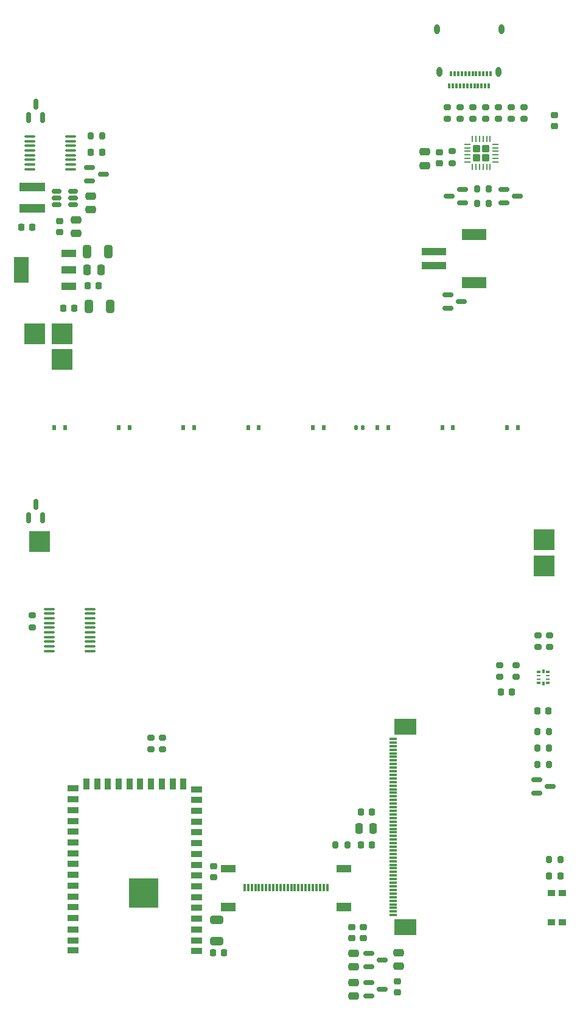
<source format=gbr>
G04 #@! TF.GenerationSoftware,KiCad,Pcbnew,6.0.9-8da3e8f707~117~ubuntu22.04.1*
G04 #@! TF.CreationDate,2023-01-10T09:45:36+01:00*
G04 #@! TF.ProjectId,qCamPCR,7143616d-5043-4522-9e6b-696361645f70,rev?*
G04 #@! TF.SameCoordinates,Original*
G04 #@! TF.FileFunction,Paste,Top*
G04 #@! TF.FilePolarity,Positive*
%FSLAX46Y46*%
G04 Gerber Fmt 4.6, Leading zero omitted, Abs format (unit mm)*
G04 Created by KiCad (PCBNEW 6.0.9-8da3e8f707~117~ubuntu22.04.1) date 2023-01-10 09:45:36*
%MOMM*%
%LPD*%
G01*
G04 APERTURE LIST*
G04 Aperture macros list*
%AMRoundRect*
0 Rectangle with rounded corners*
0 $1 Rounding radius*
0 $2 $3 $4 $5 $6 $7 $8 $9 X,Y pos of 4 corners*
0 Add a 4 corners polygon primitive as box body*
4,1,4,$2,$3,$4,$5,$6,$7,$8,$9,$2,$3,0*
0 Add four circle primitives for the rounded corners*
1,1,$1+$1,$2,$3*
1,1,$1+$1,$4,$5*
1,1,$1+$1,$6,$7*
1,1,$1+$1,$8,$9*
0 Add four rect primitives between the rounded corners*
20,1,$1+$1,$2,$3,$4,$5,0*
20,1,$1+$1,$4,$5,$6,$7,0*
20,1,$1+$1,$6,$7,$8,$9,0*
20,1,$1+$1,$8,$9,$2,$3,0*%
G04 Aperture macros list end*
%ADD10R,2.000000X1.300000*%
%ADD11R,0.300000X1.000000*%
%ADD12R,0.300000X0.700000*%
%ADD13O,0.800000X1.400000*%
%ADD14R,1.100000X0.300000*%
%ADD15R,3.100000X2.300000*%
%ADD16RoundRect,0.150000X-0.587500X-0.150000X0.587500X-0.150000X0.587500X0.150000X-0.587500X0.150000X0*%
%ADD17R,0.500000X0.800000*%
%ADD18RoundRect,0.200000X-0.200000X-0.275000X0.200000X-0.275000X0.200000X0.275000X-0.200000X0.275000X0*%
%ADD19RoundRect,0.200000X0.275000X-0.200000X0.275000X0.200000X-0.275000X0.200000X-0.275000X-0.200000X0*%
%ADD20RoundRect,0.200000X0.200000X0.275000X-0.200000X0.275000X-0.200000X-0.275000X0.200000X-0.275000X0*%
%ADD21RoundRect,0.200000X-0.275000X0.200000X-0.275000X-0.200000X0.275000X-0.200000X0.275000X0.200000X0*%
%ADD22RoundRect,0.250000X-0.325000X-0.650000X0.325000X-0.650000X0.325000X0.650000X-0.325000X0.650000X0*%
%ADD23RoundRect,0.225000X-0.225000X-0.250000X0.225000X-0.250000X0.225000X0.250000X-0.225000X0.250000X0*%
%ADD24RoundRect,0.225000X-0.250000X0.225000X-0.250000X-0.225000X0.250000X-0.225000X0.250000X0.225000X0*%
%ADD25RoundRect,0.250000X-0.250000X-0.475000X0.250000X-0.475000X0.250000X0.475000X-0.250000X0.475000X0*%
%ADD26RoundRect,0.250000X0.475000X-0.250000X0.475000X0.250000X-0.475000X0.250000X-0.475000X-0.250000X0*%
%ADD27RoundRect,0.225000X0.225000X0.250000X-0.225000X0.250000X-0.225000X-0.250000X0.225000X-0.250000X0*%
%ADD28RoundRect,0.250000X-0.475000X0.250000X-0.475000X-0.250000X0.475000X-0.250000X0.475000X0.250000X0*%
%ADD29RoundRect,0.150000X0.150000X-0.587500X0.150000X0.587500X-0.150000X0.587500X-0.150000X-0.587500X0*%
%ADD30R,3.400000X1.500000*%
%ADD31R,3.500000X1.000000*%
%ADD32RoundRect,0.218750X0.256250X-0.218750X0.256250X0.218750X-0.256250X0.218750X-0.256250X-0.218750X0*%
%ADD33RoundRect,0.150000X0.587500X0.150000X-0.587500X0.150000X-0.587500X-0.150000X0.587500X-0.150000X0*%
%ADD34R,1.000000X0.900000*%
%ADD35R,3.000000X3.000000*%
%ADD36RoundRect,0.140000X0.140000X0.170000X-0.140000X0.170000X-0.140000X-0.170000X0.140000X-0.170000X0*%
%ADD37R,2.000000X1.000000*%
%ADD38RoundRect,0.250000X0.650000X-0.325000X0.650000X0.325000X-0.650000X0.325000X-0.650000X-0.325000X0*%
%ADD39RoundRect,0.100000X0.637500X0.100000X-0.637500X0.100000X-0.637500X-0.100000X0.637500X-0.100000X0*%
%ADD40R,1.500000X0.900000*%
%ADD41R,0.900000X1.500000*%
%ADD42R,4.100000X4.100000*%
%ADD43R,2.032000X1.016000*%
%ADD44R,2.032000X3.657600*%
%ADD45RoundRect,0.150000X0.512500X0.150000X-0.512500X0.150000X-0.512500X-0.150000X0.512500X-0.150000X0*%
%ADD46RoundRect,0.250000X-0.275000X0.275000X-0.275000X-0.275000X0.275000X-0.275000X0.275000X0.275000X0*%
%ADD47RoundRect,0.062500X-0.062500X0.350000X-0.062500X-0.350000X0.062500X-0.350000X0.062500X0.350000X0*%
%ADD48RoundRect,0.062500X-0.350000X0.062500X-0.350000X-0.062500X0.350000X-0.062500X0.350000X0.062500X0*%
%ADD49R,0.575000X0.300000*%
%ADD50R,0.575000X0.250000*%
%ADD51R,0.350000X0.630000*%
%ADD52R,3.600000X1.150000*%
%ADD53RoundRect,0.100000X-0.637500X-0.100000X0.637500X-0.100000X0.637500X0.100000X-0.637500X0.100000X0*%
G04 APERTURE END LIST*
D10*
X108050000Y-154389000D03*
X91950000Y-154389000D03*
D11*
X105750000Y-151689000D03*
X105250000Y-151689000D03*
X104750000Y-151689000D03*
X104250000Y-151689000D03*
X103750000Y-151689000D03*
X103250000Y-151689000D03*
X102750000Y-151689000D03*
X102250000Y-151689000D03*
X101750000Y-151689000D03*
X101250000Y-151689000D03*
X100750000Y-151689000D03*
X100250000Y-151689000D03*
X99750000Y-151689000D03*
X99250000Y-151689000D03*
X98750000Y-151689000D03*
X98250000Y-151689000D03*
X97750000Y-151689000D03*
X97250000Y-151689000D03*
X96750000Y-151689000D03*
X96250000Y-151689000D03*
X95750000Y-151689000D03*
X95250000Y-151689000D03*
X94750000Y-151689000D03*
X94250000Y-151689000D03*
D12*
X128230000Y-40210000D03*
X127730000Y-40210000D03*
X127230000Y-40210000D03*
X126730000Y-40210000D03*
X126230000Y-40210000D03*
X125730000Y-40210000D03*
X125230000Y-40210000D03*
X124730000Y-40210000D03*
X124230000Y-40210000D03*
X123730000Y-40210000D03*
X123230000Y-40210000D03*
X122730000Y-40210000D03*
X122980000Y-38510000D03*
X123480000Y-38510000D03*
X123980000Y-38510000D03*
X124480000Y-38510000D03*
X124980000Y-38510000D03*
X125480000Y-38510000D03*
X125980000Y-38510000D03*
X126480000Y-38510000D03*
X126980000Y-38510000D03*
X127480000Y-38510000D03*
X127980000Y-38510000D03*
X128480000Y-38510000D03*
D13*
X120990000Y-32350000D03*
X121350000Y-38300000D03*
X129610000Y-38300000D03*
X129970000Y-32350000D03*
D14*
X114900000Y-130990000D03*
X114900000Y-131490000D03*
X114900000Y-131990000D03*
X114900000Y-132490000D03*
X114900000Y-132990000D03*
X114900000Y-133490000D03*
X114900000Y-133990000D03*
X114900000Y-134490000D03*
X114900000Y-134990000D03*
X114900000Y-135490000D03*
X114900000Y-135990000D03*
X114900000Y-136490000D03*
X114900000Y-136990000D03*
X114900000Y-137490000D03*
X114900000Y-137990000D03*
X114900000Y-138490000D03*
X114900000Y-138990000D03*
X114900000Y-139490000D03*
X114900000Y-139990000D03*
X114900000Y-140490000D03*
X114900000Y-140990000D03*
X114900000Y-141490000D03*
X114900000Y-141990000D03*
X114900000Y-142490000D03*
X114900000Y-142990000D03*
X114900000Y-143490000D03*
X114900000Y-143990000D03*
X114900000Y-144490000D03*
X114900000Y-144990000D03*
X114900000Y-145490000D03*
X114900000Y-145990000D03*
X114900000Y-146490000D03*
X114900000Y-146990000D03*
X114900000Y-147490000D03*
X114900000Y-147990000D03*
X114900000Y-148490000D03*
X114900000Y-148990000D03*
X114900000Y-149490000D03*
X114900000Y-149990000D03*
X114900000Y-150490000D03*
X114900000Y-150990000D03*
X114900000Y-151490000D03*
X114900000Y-151990000D03*
X114900000Y-152490000D03*
X114900000Y-152990000D03*
X114900000Y-153490000D03*
X114900000Y-153990000D03*
X114900000Y-154490000D03*
X114900000Y-154990000D03*
X114900000Y-155490000D03*
D15*
X116600000Y-157160000D03*
X116600000Y-129320000D03*
D16*
X111508500Y-164833500D03*
X111508500Y-166733500D03*
X113383500Y-165783500D03*
D17*
X69250000Y-87698074D03*
X67750000Y-87698074D03*
X78250000Y-87698074D03*
X76750000Y-87698074D03*
X87250000Y-87698074D03*
X85750000Y-87698074D03*
X96250000Y-87698074D03*
X94750000Y-87698074D03*
X105250000Y-87698074D03*
X103750000Y-87698074D03*
X123250000Y-87698074D03*
X121750000Y-87698074D03*
X114250000Y-87698074D03*
X112750000Y-87698074D03*
D18*
X106896600Y-145720000D03*
X108546600Y-145720000D03*
D19*
X82880400Y-132461200D03*
X82880400Y-130811200D03*
X133147000Y-44818000D03*
X133147000Y-43168000D03*
D20*
X136639000Y-130025001D03*
X134989000Y-130025001D03*
X136639000Y-132258000D03*
X134989000Y-132258000D03*
X136639000Y-134544000D03*
X134989000Y-134544000D03*
D21*
X124257000Y-43168000D03*
X124257000Y-44818000D03*
D19*
X131369000Y-44818000D03*
X131369000Y-43168000D03*
D18*
X72825250Y-47183000D03*
X74475250Y-47183000D03*
D21*
X129591000Y-43168000D03*
X129591000Y-44818000D03*
D16*
X111524500Y-160769500D03*
X111524500Y-162669500D03*
X113399500Y-161719500D03*
D21*
X129768800Y-120726400D03*
X129768800Y-122376400D03*
X132054800Y-120726400D03*
X132054800Y-122376400D03*
D22*
X72363000Y-63265250D03*
X75313000Y-63265250D03*
D23*
X89877800Y-160706000D03*
X91427800Y-160706000D03*
D24*
X115494000Y-164676000D03*
X115494000Y-166226000D03*
D25*
X72380000Y-65805250D03*
X74280000Y-65805250D03*
D23*
X63157000Y-59868000D03*
X64707000Y-59868000D03*
D24*
X89992400Y-148704200D03*
X89992400Y-150254200D03*
D26*
X115684500Y-162606000D03*
X115684500Y-160706000D03*
X109398000Y-162672000D03*
X109398000Y-160772000D03*
X109398000Y-166733500D03*
X109398000Y-164833500D03*
D27*
X138180984Y-150038000D03*
X136630984Y-150038000D03*
D24*
X110795000Y-157137000D03*
X110795000Y-158687000D03*
D23*
X129882800Y-124472400D03*
X131432800Y-124472400D03*
X68999000Y-71139250D03*
X70549000Y-71139250D03*
D24*
X121336000Y-49441000D03*
X121336000Y-50991000D03*
D23*
X110401000Y-141148000D03*
X111951000Y-141148000D03*
D25*
X110226000Y-143434000D03*
X112126000Y-143434000D03*
D23*
X110401000Y-145720000D03*
X111951000Y-145720000D03*
X72428000Y-67996000D03*
X73978000Y-67996000D03*
D28*
X72822000Y-55537500D03*
X72822000Y-57437500D03*
D29*
X64252000Y-44676500D03*
X66152000Y-44676500D03*
X65202000Y-42801500D03*
D16*
X122562500Y-69266000D03*
X122562500Y-71166000D03*
X124437500Y-70216000D03*
D29*
X64252000Y-100302500D03*
X66152000Y-100302500D03*
X65202000Y-98427500D03*
D16*
X134876500Y-136642000D03*
X134876500Y-138542000D03*
X136751500Y-137592000D03*
D30*
X126162000Y-60884000D03*
X126162000Y-67584000D03*
D31*
X120612000Y-65234000D03*
X120612000Y-63234000D03*
D32*
X137338000Y-45860500D03*
X137338000Y-44285500D03*
D21*
X127813000Y-43168000D03*
X127813000Y-44818000D03*
D18*
X126607000Y-56566000D03*
X128257000Y-56566000D03*
D33*
X124559500Y-56500000D03*
X124559500Y-54600000D03*
X122684500Y-55550000D03*
D16*
X130304500Y-54600000D03*
X130304500Y-56500000D03*
X132179500Y-55550000D03*
D34*
X138497984Y-152400000D03*
X138497984Y-156500000D03*
X136897984Y-156500000D03*
X136897984Y-152400000D03*
D35*
X135941000Y-103302000D03*
X135941000Y-106985000D03*
X68885000Y-74727000D03*
X65075000Y-74727000D03*
D36*
X110680000Y-87698074D03*
X109720000Y-87698074D03*
D18*
X126607000Y-54534000D03*
X128257000Y-54534000D03*
D21*
X81229400Y-130811200D03*
X81229400Y-132461200D03*
D24*
X109144000Y-157137000D03*
X109144000Y-158687000D03*
D18*
X136580984Y-147752000D03*
X138230984Y-147752000D03*
D16*
X72712750Y-51567000D03*
X72712750Y-53467000D03*
X74587750Y-52517000D03*
D27*
X74425250Y-49469000D03*
X72875250Y-49469000D03*
D35*
X68885000Y-78283000D03*
X65721984Y-103540233D03*
D28*
X119304000Y-49393000D03*
X119304000Y-51293000D03*
D37*
X91942000Y-149022000D03*
X108052000Y-149022000D03*
D38*
X90348000Y-159133000D03*
X90348000Y-156183000D03*
D22*
X72617000Y-70885250D03*
X75567000Y-70885250D03*
D39*
X70064750Y-51800000D03*
X70064750Y-51150000D03*
X70064750Y-50500000D03*
X70064750Y-49850000D03*
X70064750Y-49200000D03*
X70064750Y-48550000D03*
X70064750Y-47900000D03*
X70064750Y-47250000D03*
X64339750Y-47250000D03*
X64339750Y-47900000D03*
X64339750Y-48550000D03*
X64339750Y-49200000D03*
X64339750Y-49850000D03*
X64339750Y-50500000D03*
X64339750Y-51150000D03*
X64339750Y-51800000D03*
D23*
X134988200Y-127139400D03*
X136538200Y-127139400D03*
D17*
X132250000Y-87698074D03*
X130750000Y-87698074D03*
D40*
X87617000Y-160490000D03*
X87617000Y-158990000D03*
X87617000Y-157490000D03*
X87617000Y-155990000D03*
X87617000Y-154490000D03*
X87617000Y-152990000D03*
X87617000Y-151490000D03*
X87617000Y-149990000D03*
X87617000Y-148490000D03*
X87617000Y-146990000D03*
X87617000Y-145490000D03*
X87617000Y-143990000D03*
X87617000Y-142490000D03*
X87617000Y-140990000D03*
X87617000Y-139490000D03*
X87617000Y-137990000D03*
D41*
X85742000Y-137240000D03*
X84242000Y-137240000D03*
X82742000Y-137240000D03*
X81242000Y-137240000D03*
X79742000Y-137240000D03*
X78242000Y-137240000D03*
X76742000Y-137240000D03*
X75242000Y-137240000D03*
X73742000Y-137240000D03*
X72242000Y-137240000D03*
D40*
X70367000Y-137890000D03*
X70367000Y-139390000D03*
X70367000Y-140890000D03*
X70367000Y-142390000D03*
X70367000Y-143890000D03*
X70367000Y-145390000D03*
X70367000Y-146890000D03*
X70367000Y-148390000D03*
X70367000Y-149890000D03*
X70367000Y-151390000D03*
X70367000Y-152890000D03*
X70367000Y-154390000D03*
X70367000Y-155890000D03*
X70367000Y-157490000D03*
X70367000Y-158990000D03*
X70367000Y-160390000D03*
D42*
X80182000Y-152450000D03*
D43*
X69774000Y-68091250D03*
D44*
X63170000Y-65805250D03*
D43*
X69774000Y-65805250D03*
X69774000Y-63519250D03*
D45*
X70403500Y-56754000D03*
X70403500Y-55804000D03*
X70403500Y-54854000D03*
X68128500Y-54854000D03*
X68128500Y-55804000D03*
X68128500Y-56754000D03*
D46*
X126528000Y-48931000D03*
X127828000Y-48931000D03*
X126528000Y-50231000D03*
X127828000Y-50231000D03*
D47*
X128428000Y-47643500D03*
X127928000Y-47643500D03*
X127428000Y-47643500D03*
X126928000Y-47643500D03*
X126428000Y-47643500D03*
X125928000Y-47643500D03*
D48*
X125240500Y-48331000D03*
X125240500Y-48831000D03*
X125240500Y-49331000D03*
X125240500Y-49831000D03*
X125240500Y-50331000D03*
X125240500Y-50831000D03*
D47*
X125928000Y-51518500D03*
X126428000Y-51518500D03*
X126928000Y-51518500D03*
X127428000Y-51518500D03*
X127928000Y-51518500D03*
X128428000Y-51518500D03*
D48*
X129115500Y-50831000D03*
X129115500Y-50331000D03*
X129115500Y-49831000D03*
X129115500Y-49331000D03*
X129115500Y-48831000D03*
X129115500Y-48331000D03*
D49*
X136451500Y-123215800D03*
D50*
X136451500Y-122715800D03*
X136451500Y-122215800D03*
D49*
X136451500Y-121715800D03*
D51*
X135814000Y-121605800D03*
D49*
X135176500Y-121715800D03*
D50*
X135176500Y-122215800D03*
X135176500Y-122715800D03*
D49*
X135176500Y-123215800D03*
D51*
X135814000Y-123325800D03*
D52*
X64694000Y-54329000D03*
X64694000Y-57279000D03*
D28*
X70790000Y-58852000D03*
X70790000Y-60752000D03*
D24*
X68504000Y-59027000D03*
X68504000Y-60577000D03*
D21*
X135052000Y-116573000D03*
X135052000Y-118223000D03*
D19*
X123114000Y-50978000D03*
X123114000Y-49328000D03*
X64705984Y-115477233D03*
X64705984Y-113827233D03*
D53*
X67050484Y-112934233D03*
X67050484Y-113584233D03*
X67050484Y-114234233D03*
X67050484Y-114884233D03*
X67050484Y-115534233D03*
X67050484Y-116184233D03*
X67050484Y-116834233D03*
X67050484Y-117484233D03*
X67050484Y-118134233D03*
X67050484Y-118784233D03*
X72775484Y-118784233D03*
X72775484Y-118134233D03*
X72775484Y-117484233D03*
X72775484Y-116834233D03*
X72775484Y-116184233D03*
X72775484Y-115534233D03*
X72775484Y-114884233D03*
X72775484Y-114234233D03*
X72775484Y-113584233D03*
X72775484Y-112934233D03*
D19*
X136728400Y-118223000D03*
X136728400Y-116573000D03*
D21*
X126035000Y-43168000D03*
X126035000Y-44818000D03*
X122479000Y-43168000D03*
X122479000Y-44818000D03*
M02*

</source>
